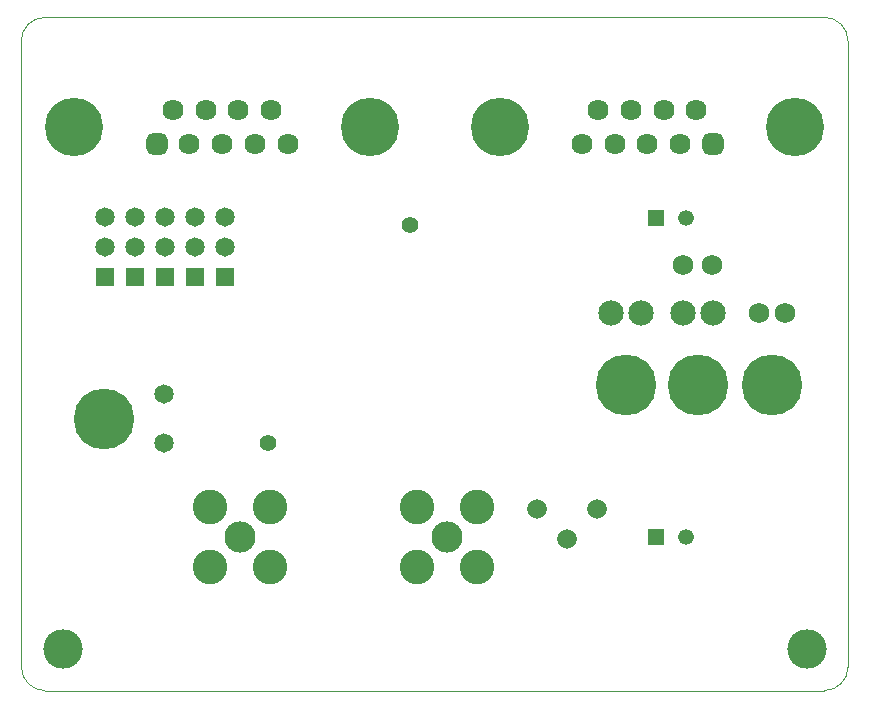
<source format=gbs>
G04*
G04 #@! TF.GenerationSoftware,Altium Limited,Altium Designer,23.9.2 (47)*
G04*
G04 Layer_Color=8732672*
%FSLAX44Y44*%
%MOMM*%
G71*
G04*
G04 #@! TF.SameCoordinates,B568AE66-8DF3-4FEE-8232-9B1AC1FE23A7*
G04*
G04*
G04 #@! TF.FilePolarity,Negative*
G04*
G01*
G75*
%ADD10C,0.1000*%
%ADD33C,1.6400*%
%ADD38C,2.1400*%
%ADD48C,1.6640*%
%ADD49C,5.1400*%
%ADD50C,1.7400*%
%ADD51C,1.3400*%
%ADD52R,1.3400X1.3400*%
%ADD53C,4.9400*%
%ADD54C,1.7900*%
G04:AMPARAMS|DCode=55|XSize=1.79mm|YSize=1.79mm|CornerRadius=0.4825mm|HoleSize=0mm|Usage=FLASHONLY|Rotation=180.000|XOffset=0mm|YOffset=0mm|HoleType=Round|Shape=RoundedRectangle|*
%AMROUNDEDRECTD55*
21,1,1.7900,0.8250,0,0,180.0*
21,1,0.8250,1.7900,0,0,180.0*
1,1,0.9650,-0.4125,0.4125*
1,1,0.9650,0.4125,0.4125*
1,1,0.9650,0.4125,-0.4125*
1,1,0.9650,-0.4125,-0.4125*
%
%ADD55ROUNDEDRECTD55*%
%ADD56C,2.6400*%
%ADD57C,2.9400*%
%ADD58R,1.6400X1.6400*%
%ADD59C,3.3400*%
%ADD60C,1.4100*%
D10*
X20000Y570000D02*
G03*
X0Y550000I0J-20000D01*
G01*
X700000D02*
G03*
X680000Y570000I-20000J0D01*
G01*
X680000Y0D02*
G03*
X700000Y20000I0J20000D01*
G01*
X0D02*
G03*
X20000Y0I20000J0D01*
G01*
X700000Y550000D02*
X700000Y20000D01*
X20000Y570000D02*
X680000D01*
X-0Y550000D02*
X0Y20000D01*
X20000Y0D02*
X680000D01*
D33*
X121000Y210000D02*
D03*
Y251000D02*
D03*
X172400Y375400D02*
D03*
Y400800D02*
D03*
X147000Y375400D02*
D03*
Y400800D02*
D03*
X121600Y375400D02*
D03*
Y400800D02*
D03*
X96200Y375400D02*
D03*
Y400800D02*
D03*
X70800Y375400D02*
D03*
Y400800D02*
D03*
D38*
X525000Y320000D02*
D03*
X499000D02*
D03*
X586000D02*
D03*
X560000D02*
D03*
D48*
X462200Y128405D02*
D03*
X436800Y153805D02*
D03*
X487600D02*
D03*
D49*
X573000Y259000D02*
D03*
X70000Y230000D02*
D03*
X512000Y259000D02*
D03*
X636000D02*
D03*
D50*
X625000Y320000D02*
D03*
X647000D02*
D03*
X560000Y360000D02*
D03*
X585000D02*
D03*
D51*
X562700Y400000D02*
D03*
X562700Y130000D02*
D03*
D52*
X537300Y400000D02*
D03*
X537300Y130000D02*
D03*
D53*
X405000Y477000D02*
D03*
X655000D02*
D03*
X295000D02*
D03*
X45000D02*
D03*
D54*
X571550Y491200D02*
D03*
X543850D02*
D03*
X516150D02*
D03*
X488450D02*
D03*
X502300Y462800D02*
D03*
X474600D02*
D03*
X557700D02*
D03*
X530000D02*
D03*
X170000D02*
D03*
X197700D02*
D03*
X225400D02*
D03*
X142300D02*
D03*
X128450Y491200D02*
D03*
X156150D02*
D03*
X183850D02*
D03*
X211550D02*
D03*
D55*
X585400Y462800D02*
D03*
X114600D02*
D03*
D56*
X360200Y130000D02*
D03*
X185200D02*
D03*
D57*
X385600Y104600D02*
D03*
Y155400D02*
D03*
X334800D02*
D03*
Y104600D02*
D03*
X210600D02*
D03*
Y155400D02*
D03*
X159800D02*
D03*
Y104600D02*
D03*
D58*
X172400Y350000D02*
D03*
X147000Y350000D02*
D03*
X121600D02*
D03*
X96200D02*
D03*
X70800D02*
D03*
D59*
X35000Y35000D02*
D03*
X665000D02*
D03*
D60*
X209000Y210000D02*
D03*
X329000Y394000D02*
D03*
M02*

</source>
